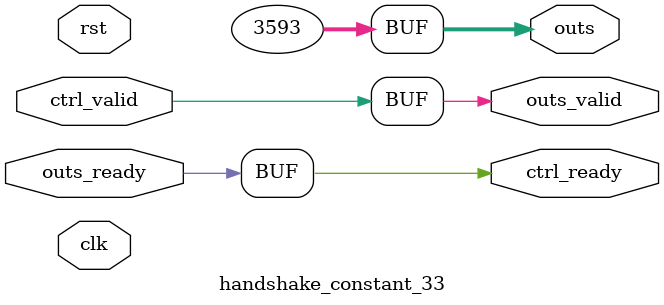
<source format=v>
`timescale 1ns / 1ps
module handshake_constant_33 #(
  parameter DATA_WIDTH = 32  // Default set to 32 bits
) (
  input                       clk,
  input                       rst,
  // Input Channel
  input                       ctrl_valid,
  output                      ctrl_ready,
  // Output Channel
  output [DATA_WIDTH - 1 : 0] outs,
  output                      outs_valid,
  input                       outs_ready
);
  assign outs       = 12'b111000001001;
  assign outs_valid = ctrl_valid;
  assign ctrl_ready = outs_ready;

endmodule

</source>
